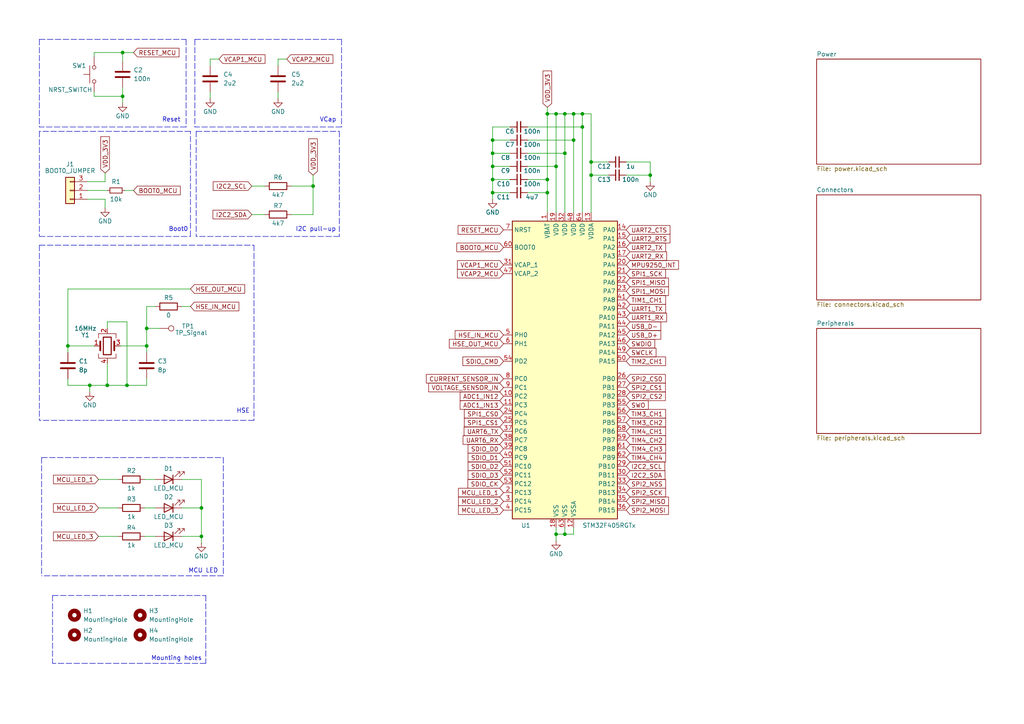
<source format=kicad_sch>
(kicad_sch (version 20211123) (generator eeschema)
  (paper "A4")
  (title_block (title "MCU") (date "2023-01-28"))
  (lib_symbols
    (symbol "Connector:TestPoint" (pin_numbers hide) (pin_names (offset 0.762) hide)
      (property "Reference" "TP" (at 0 6.858 0))
      (property "Value" "TestPoint" (at 0 5.08 0))
      (symbol "TestPoint_0_1"
        (circle (center 0 3.302) (radius 0.762))
      )
      (symbol "TestPoint_1_1"
        (pin passive line (at 0 0 90) (length 2.54) (name "1") (number "1"))
      )
    )
    (symbol "Connector_Generic:Conn_01x03" (pin_names (offset 1.016) hide)
      (property "Reference" "J" (at 0 5.08 0))
      (property "Value" "Conn_01x03" (at 0 -5.08 0))
      (symbol "Conn_01x03_1_1"
        (rectangle (start -1.27 -2.413) (end 0 -2.667) (stroke (width 0.1524)))
        (rectangle (start -1.27 0.127) (end 0 -0.127) (stroke (width 0.1524)))
        (rectangle (start -1.27 2.667) (end 0 2.413) (stroke (width 0.1524)))
        (rectangle (start -1.27 3.81) (end 1.27 -3.81) (stroke (width 0.254)) (fill (type background)))
        (pin passive line (at -5.08 2.54 0) (length 3.81) (name "Pin_1") (number "1"))
        (pin passive line (at -5.08 0 0) (length 3.81) (name "Pin_2") (number "2"))
        (pin passive line (at -5.08 -2.54 0) (length 3.81) (name "Pin_3") (number "3"))
      )
    )
    (symbol "Device:C" (pin_numbers hide) (pin_names (offset 0.254))
      (property "Reference" "C" (at 0.635 2.54 0))
      (property "Value" "C" (at 0.635 -2.54 0))
      (symbol "C_0_1"
        (polyline (pts (xy -2.032 -0.762) (xy 2.032 -0.762)) (stroke (width 0.508)))
        (polyline (pts (xy -2.032 0.762) (xy 2.032 0.762)) (stroke (width 0.508)))
      )
      (symbol "C_1_1"
        (pin passive line (at 0 3.81 270) (length 2.794) (name "~") (number "1"))
        (pin passive line (at 0 -3.81 90) (length 2.794) (name "~") (number "2"))
      )
    )
    (symbol "Device:C_Small" (pin_numbers hide) (pin_names (offset 0.254) hide)
      (property "Reference" "C" (at 0.254 1.778 0))
      (property "Value" "C_Small" (at 0.254 -2.032 0))
      (symbol "C_Small_0_1"
        (polyline (pts (xy -1.524 -0.508) (xy 1.524 -0.508)) (stroke (width 0.3302)))
        (polyline (pts (xy -1.524 0.508) (xy 1.524 0.508)) (stroke (width 0.3048)))
      )
      (symbol "C_Small_1_1"
        (pin passive line (at 0 2.54 270) (length 2.032) (name "~") (number "1"))
        (pin passive line (at 0 -2.54 90) (length 2.032) (name "~") (number "2"))
      )
    )
    (symbol "Device:Crystal_GND24" (pin_names (offset 1.016) hide)
      (property "Reference" "Y" (at 3.175 5.08 0))
      (property "Value" "Crystal_GND24" (at 3.175 3.175 0))
      (symbol "Crystal_GND24_0_1"
        (rectangle (start -1.143 2.54) (end 1.143 -2.54) (stroke (width 0.3048)))
        (polyline (pts (xy -2.54 0) (xy -2.032 0)))
        (polyline (pts (xy -2.032 -1.27) (xy -2.032 1.27)) (stroke (width 0.508)))
        (polyline (pts (xy 0 -3.81) (xy 0 -3.556)))
        (polyline (pts (xy 0 3.556) (xy 0 3.81)))
        (polyline (pts (xy 2.032 -1.27) (xy 2.032 1.27)) (stroke (width 0.508)))
        (polyline (pts (xy 2.032 0) (xy 2.54 0)))
        (polyline (pts (xy -2.54 -2.286) (xy -2.54 -3.556) (xy 2.54 -3.556) (xy 2.54 -2.286)))
        (polyline (pts (xy -2.54 2.286) (xy -2.54 3.556) (xy 2.54 3.556) (xy 2.54 2.286)))
      )
      (symbol "Crystal_GND24_1_1"
        (pin passive line (at -3.81 0 0) (length 1.27) (name "1") (number "1"))
        (pin passive line (at 0 5.08 270) (length 1.27) (name "2") (number "2"))
        (pin passive line (at 3.81 0 180) (length 1.27) (name "3") (number "3"))
        (pin passive line (at 0 -5.08 90) (length 1.27) (name "4") (number "4"))
      )
    )
    (symbol "Device:LED" (pin_numbers hide) (pin_names (offset 1.016) hide)
      (property "Reference" "D" (at 0 2.54 0))
      (property "Value" "LED" (at 0 -2.54 0))
      (symbol "LED_0_1"
        (polyline (pts (xy -1.27 -1.27) (xy -1.27 1.27)) (stroke (width 0.254)))
        (polyline (pts (xy -1.27 0) (xy 1.27 0)))
        (polyline (pts (xy 1.27 -1.27) (xy 1.27 1.27) (xy -1.27 0) (xy 1.27 -1.27)) (stroke (width 0.254)))
        (polyline (pts (xy -3.048 -0.762) (xy -4.572 -2.286) (xy -3.81 -2.286) (xy -4.572 -2.286) (xy -4.572 -1.524)))
        (polyline (pts (xy -1.778 -0.762) (xy -3.302 -2.286) (xy -2.54 -2.286) (xy -3.302 -2.286) (xy -3.302 -1.524)))
      )
      (symbol "LED_1_1"
        (pin passive line (at -3.81 0 0) (length 2.54) (name "K") (number "1"))
        (pin passive line (at 3.81 0 180) (length 2.54) (name "A") (number "2"))
      )
    )
    (symbol "Device:R" (pin_numbers hide) (pin_names (offset 0))
      (property "Reference" "R" (at 2.032 0 90))
      (property "Value" "R" (at 0 0 90))
      (symbol "R_0_1"
        (rectangle (start -1.016 -2.54) (end 1.016 2.54) (stroke (width 0.254)))
      )
      (symbol "R_1_1"
        (pin passive line (at 0 3.81 270) (length 1.27) (name "~") (number "1"))
        (pin passive line (at 0 -3.81 90) (length 1.27) (name "~") (number "2"))
      )
    )
    (symbol "Device:R_Small" (pin_numbers hide) (pin_names (offset 0.254) hide)
      (property "Reference" "R" (at 0.762 0.508 0))
      (property "Value" "R_Small" (at 0.762 -1.016 0))
      (symbol "R_Small_0_1"
        (rectangle (start -0.762 1.778) (end 0.762 -1.778) (stroke (width 0.2032)))
      )
      (symbol "R_Small_1_1"
        (pin passive line (at 0 2.54 270) (length 0.762) (name "~") (number "1"))
        (pin passive line (at 0 -2.54 90) (length 0.762) (name "~") (number "2"))
      )
    )
    (symbol "MCU_ST_STM32F4:STM32F405RGTx"
      (property "Reference" "U" (at -15.24 44.45 0))
      (property "Value" "STM32F405RGTx" (at 10.16 44.45 0))
      (symbol "STM32F405RGTx_0_1"
        (rectangle (start -15.24 -43.18) (end 15.24 43.18) (stroke (width 0.254)) (fill (type background)))
      )
      (symbol "STM32F405RGTx_1_1"
        (pin power_in line (at -5.08 45.72 270) (length 2.54) (name "VBAT") (number "1"))
        (pin bidirectional line (at -17.78 -7.62 0) (length 2.54) (name "PC2") (number "10"))
        (pin bidirectional line (at -17.78 -10.16 0) (length 2.54) (name "PC3") (number "11"))
        (pin power_in line (at 2.54 -45.72 90) (length 2.54) (name "VSSA") (number "12"))
        (pin power_in line (at 7.62 45.72 270) (length 2.54) (name "VDDA") (number "13"))
        (pin bidirectional line (at 17.78 40.64 180) (length 2.54) (name "PA0") (number "14"))
        (pin bidirectional line (at 17.78 38.1 180) (length 2.54) (name "PA1") (number "15"))
        (pin bidirectional line (at 17.78 35.56 180) (length 2.54) (name "PA2") (number "16"))
        (pin bidirectional line (at 17.78 33.02 180) (length 2.54) (name "PA3") (number "17"))
        (pin power_in line (at -2.54 -45.72 90) (length 2.54) (name "VSS") (number "18"))
        (pin power_in line (at -2.54 45.72 270) (length 2.54) (name "VDD") (number "19"))
        (pin bidirectional line (at -17.78 -35.56 0) (length 2.54) (name "PC13") (number "2"))
        (pin bidirectional line (at 17.78 30.48 180) (length 2.54) (name "PA4") (number "20"))
        (pin bidirectional line (at 17.78 27.94 180) (length 2.54) (name "PA5") (number "21"))
        (pin bidirectional line (at 17.78 25.4 180) (length 2.54) (name "PA6") (number "22"))
        (pin bidirectional line (at 17.78 22.86 180) (length 2.54) (name "PA7") (number "23"))
        (pin bidirectional line (at -17.78 -12.7 0) (length 2.54) (name "PC4") (number "24"))
        (pin bidirectional line (at -17.78 -15.24 0) (length 2.54) (name "PC5") (number "25"))
        (pin bidirectional line (at 17.78 -2.54 180) (length 2.54) (name "PB0") (number "26"))
        (pin bidirectional line (at 17.78 -5.08 180) (length 2.54) (name "PB1") (number "27"))
        (pin bidirectional line (at 17.78 -7.62 180) (length 2.54) (name "PB2") (number "28"))
        (pin bidirectional line (at 17.78 -27.94 180) (length 2.54) (name "PB10") (number "29"))
        (pin bidirectional line (at -17.78 -38.1 0) (length 2.54) (name "PC14") (number "3"))
        (pin bidirectional line (at 17.78 -30.48 180) (length 2.54) (name "PB11") (number "30"))
        (pin power_in line (at -17.78 30.48 0) (length 2.54) (name "VCAP_1") (number "31"))
        (pin power_in line (at 0 45.72 270) (length 2.54) (name "VDD") (number "32"))
        (pin bidirectional line (at 17.78 -33.02 180) (length 2.54) (name "PB12") (number "33"))
        (pin bidirectional line (at 17.78 -35.56 180) (length 2.54) (name "PB13") (number "34"))
        (pin bidirectional line (at 17.78 -38.1 180) (length 2.54) (name "PB14") (number "35"))
        (pin bidirectional line (at 17.78 -40.64 180) (length 2.54) (name "PB15") (number "36"))
        (pin bidirectional line (at -17.78 -17.78 0) (length 2.54) (name "PC6") (number "37"))
        (pin bidirectional line (at -17.78 -20.32 0) (length 2.54) (name "PC7") (number "38"))
        (pin bidirectional line (at -17.78 -22.86 0) (length 2.54) (name "PC8") (number "39"))
        (pin bidirectional line (at -17.78 -40.64 0) (length 2.54) (name "PC15") (number "4"))
        (pin bidirectional line (at -17.78 -25.4 0) (length 2.54) (name "PC9") (number "40"))
        (pin bidirectional line (at 17.78 20.32 180) (length 2.54) (name "PA8") (number "41"))
        (pin bidirectional line (at 17.78 17.78 180) (length 2.54) (name "PA9") (number "42"))
        (pin bidirectional line (at 17.78 15.24 180) (length 2.54) (name "PA10") (number "43"))
        (pin bidirectional line (at 17.78 12.7 180) (length 2.54) (name "PA11") (number "44"))
        (pin bidirectional line (at 17.78 10.16 180) (length 2.54) (name "PA12") (number "45"))
        (pin bidirectional line (at 17.78 7.62 180) (length 2.54) (name "PA13") (number "46"))
        (pin power_in line (at -17.78 27.94 0) (length 2.54) (name "VCAP_2") (number "47"))
        (pin power_in line (at 2.54 45.72 270) (length 2.54) (name "VDD") (number "48"))
        (pin bidirectional line (at 17.78 5.08 180) (length 2.54) (name "PA14") (number "49"))
        (pin input line (at -17.78 10.16 0) (length 2.54) (name "PH0") (number "5"))
        (pin bidirectional line (at 17.78 2.54 180) (length 2.54) (name "PA15") (number "50"))
        (pin bidirectional line (at -17.78 -27.94 0) (length 2.54) (name "PC10") (number "51"))
        (pin bidirectional line (at -17.78 -30.48 0) (length 2.54) (name "PC11") (number "52"))
        (pin bidirectional line (at -17.78 -33.02 0) (length 2.54) (name "PC12") (number "53"))
        (pin bidirectional line (at -17.78 2.54 0) (length 2.54) (name "PD2") (number "54"))
        (pin bidirectional line (at 17.78 -10.16 180) (length 2.54) (name "PB3") (number "55"))
        (pin bidirectional line (at 17.78 -12.7 180) (length 2.54) (name "PB4") (number "56"))
        (pin bidirectional line (at 17.78 -15.24 180) (length 2.54) (name "PB5") (number "57"))
        (pin bidirectional line (at 17.78 -17.78 180) (length 2.54) (name "PB6") (number "58"))
        (pin bidirectional line (at 17.78 -20.32 180) (length 2.54) (name "PB7") (number "59"))
        (pin input line (at -17.78 7.62 0) (length 2.54) (name "PH1") (number "6"))
        (pin input line (at -17.78 35.56 0) (length 2.54) (name "BOOT0") (number "60"))
        (pin bidirectional line (at 17.78 -22.86 180) (length 2.54) (name "PB8") (number "61"))
        (pin bidirectional line (at 17.78 -25.4 180) (length 2.54) (name "PB9") (number "62"))
        (pin power_in line (at 0 -45.72 90) (length 2.54) (name "VSS") (number "63"))
        (pin power_in line (at 5.08 45.72 270) (length 2.54) (name "VDD") (number "64"))
        (pin input line (at -17.78 40.64 0) (length 2.54) (name "NRST") (number "7"))
        (pin bidirectional line (at -17.78 -2.54 0) (length 2.54) (name "PC0") (number "8"))
        (pin bidirectional line (at -17.78 -5.08 0) (length 2.54) (name "PC1") (number "9"))
      )
    )
    (symbol "Mechanical:MountingHole" (pin_names (offset 1.016))
      (property "Reference" "H" (at 0 5.08 0))
      (property "Value" "MountingHole" (at 0 3.175 0))
      (symbol "MountingHole_0_1"
        (circle (center 0 0) (radius 1.27) (stroke (width 1.27)))
      )
    )
    (symbol "Switch:SW_Push" (pin_numbers hide) (pin_names (offset 1.016) hide)
      (property "Reference" "SW" (at 1.27 2.54 0))
      (property "Value" "SW_Push" (at 0 -1.524 0))
      (symbol "SW_Push_0_1"
        (circle (center -2.032 0) (radius 0.508))
        (polyline (pts (xy 0 1.27) (xy 0 3.048)))
        (polyline (pts (xy 2.54 1.27) (xy -2.54 1.27)))
        (circle (center 2.032 0) (radius 0.508))
        (pin passive line (at -5.08 0 0) (length 2.54) (name "1") (number "1"))
        (pin passive line (at 5.08 0 180) (length 2.54) (name "2") (number "2"))
      )
    )
    (symbol "power:GND" (power) (pin_names (offset 0))
      (property "Value" "GND" (at 0 -3.81 0))
      (symbol "GND_0_1"
        (polyline (pts (xy 0 0) (xy 0 -1.27) (xy 1.27 -1.27) (xy 0 -2.54) (xy -1.27 -1.27) (xy 0 -1.27)))
      )
      (symbol "GND_1_1"
        (pin power_in line (at 0 0 270) (length 0) hide (name "GND") (number "1"))
      )
    )
  )
  (junction (at 142.875 52.07))
  (junction (at 168.91 36.83))
  (junction (at 171.45 46.99))
  (junction (at 166.37 33.02))
  (junction (at 90.805 53.975))
  (junction (at 35.56 15.24))
  (junction (at 171.45 50.8))
  (junction (at 158.75 33.02))
  (junction (at 42.545 100.33))
  (junction (at 168.91 33.02))
  (junction (at 58.42 147.32))
  (junction (at 142.875 55.88))
  (junction (at 158.75 55.88))
  (junction (at 36.83 111.76))
  (junction (at 163.83 44.45))
  (junction (at 166.37 40.64))
  (junction (at 142.875 40.64))
  (junction (at 163.83 154.94))
  (junction (at 161.29 48.26))
  (junction (at 35.56 27.94))
  (junction (at 26.035 111.76))
  (junction (at 161.29 33.02))
  (junction (at 163.83 33.02))
  (junction (at 142.875 44.45))
  (junction (at 158.75 52.07))
  (junction (at 42.545 95.25))
  (junction (at 161.29 154.94))
  (junction (at 142.875 48.26))
  (junction (at 58.42 155.575))
  (junction (at 19.685 100.33))
  (junction (at 31.115 111.76))
  (junction (at 188.595 50.8))
  (wire (pts (xy 58.42 155.575) (xy 58.42 157.48)))
  (wire (pts (xy 90.805 53.975) (xy 90.805 62.23)))
  (wire (pts (xy 142.875 52.07) (xy 147.955 52.07)))
  (wire (pts (xy 161.29 33.02) (xy 161.29 48.26)))
  (wire (pts (xy 142.875 44.45) (xy 142.875 48.26)))
  (wire (pts (xy 52.705 155.575) (xy 58.42 155.575)))
  (wire (pts (xy 27.305 16.51) (xy 27.305 15.24)))
  (wire (pts (xy 161.29 33.02) (xy 163.83 33.02)))
  (wire (pts (xy 58.42 147.32) (xy 58.42 155.575)))
  (wire (pts (xy 181.61 50.8) (xy 188.595 50.8)))
  (polyline (pts (xy 98.425 68.58) (xy 56.896 68.58)))
  (polyline (pts (xy 73.66 71.12) (xy 73.66 121.92)))
  (wire (pts (xy 188.595 50.8) (xy 188.595 52.705)))
  (wire (pts (xy 163.83 44.45) (xy 163.83 61.595)))
  (polyline (pts (xy 11.43 71.12) (xy 11.43 121.92)))
  (wire (pts (xy 142.875 55.88) (xy 142.875 57.785)))
  (wire (pts (xy 153.035 44.45) (xy 163.83 44.45)))
  (polyline (pts (xy 56.515 11.43) (xy 56.515 36.83)))
  (wire (pts (xy 19.685 100.33) (xy 19.685 102.235)))
  (wire (pts (xy 166.37 40.64) (xy 166.37 61.595)))
  (wire (pts (xy 142.875 36.83) (xy 142.875 40.64)))
  (wire (pts (xy 41.91 155.575) (xy 45.085 155.575)))
  (polyline (pts (xy 11.43 71.12) (xy 73.66 71.12)))
  (wire (pts (xy 58.42 139.065) (xy 58.42 147.32)))
  (wire (pts (xy 73.025 53.975) (xy 76.835 53.975)))
  (wire (pts (xy 80.645 19.05) (xy 80.645 17.145)))
  (wire (pts (xy 158.75 33.02) (xy 158.75 52.07)))
  (wire (pts (xy 41.91 147.32) (xy 45.085 147.32)))
  (wire (pts (xy 42.545 88.9) (xy 45.085 88.9)))
  (wire (pts (xy 168.91 33.02) (xy 168.91 36.83)))
  (wire (pts (xy 52.705 147.32) (xy 58.42 147.32)))
  (wire (pts (xy 34.925 100.33) (xy 42.545 100.33)))
  (polyline (pts (xy 64.77 132.715) (xy 64.77 167.005)))
  (wire (pts (xy 176.53 46.99) (xy 171.45 46.99)))
  (wire (pts (xy 30.48 50.165) (xy 30.48 52.705)))
  (polyline (pts (xy 56.896 38.1) (xy 98.425 38.1)))
  (wire (pts (xy 163.83 154.94) (xy 166.37 154.94)))
  (polyline (pts (xy 55.245 68.58) (xy 55.245 38.1)))
  (wire (pts (xy 188.595 46.99) (xy 188.595 50.8)))
  (wire (pts (xy 176.53 50.8) (xy 171.45 50.8)))
  (polyline (pts (xy 12.065 132.715) (xy 12.065 167.005)))
  (wire (pts (xy 142.875 52.07) (xy 142.875 55.88)))
  (wire (pts (xy 153.035 36.83) (xy 168.91 36.83)))
  (wire (pts (xy 36.83 111.76) (xy 42.545 111.76)))
  (wire (pts (xy 147.955 36.83) (xy 142.875 36.83)))
  (wire (pts (xy 60.96 19.05) (xy 60.96 17.145)))
  (wire (pts (xy 31.115 105.41) (xy 31.115 111.76)))
  (wire (pts (xy 60.96 26.67) (xy 60.96 28.575)))
  (wire (pts (xy 26.035 111.76) (xy 26.035 113.665)))
  (wire (pts (xy 28.575 155.575) (xy 34.29 155.575)))
  (wire (pts (xy 142.875 55.88) (xy 147.955 55.88)))
  (wire (pts (xy 31.115 93.345) (xy 36.83 93.345)))
  (wire (pts (xy 41.91 139.065) (xy 45.085 139.065)))
  (wire (pts (xy 158.75 55.88) (xy 158.75 61.595)))
  (polyline (pts (xy 73.66 121.92) (xy 11.43 121.92)))
  (wire (pts (xy 42.545 111.76) (xy 42.545 109.855)))
  (wire (pts (xy 171.45 46.99) (xy 171.45 50.8)))
  (wire (pts (xy 153.035 40.64) (xy 166.37 40.64)))
  (polyline (pts (xy 56.896 38.1) (xy 56.896 68.58)))
  (wire (pts (xy 52.705 88.9) (xy 55.245 88.9)))
  (wire (pts (xy 171.45 50.8) (xy 171.45 61.595)))
  (wire (pts (xy 25.4 52.705) (xy 30.48 52.705)))
  (wire (pts (xy 161.29 154.94) (xy 163.83 154.94)))
  (wire (pts (xy 19.685 83.82) (xy 55.245 83.82)))
  (wire (pts (xy 166.37 33.02) (xy 166.37 40.64)))
  (wire (pts (xy 31.115 95.25) (xy 31.115 93.345)))
  (wire (pts (xy 73.025 62.23) (xy 76.835 62.23)))
  (wire (pts (xy 153.035 52.07) (xy 158.75 52.07)))
  (wire (pts (xy 158.75 31.115) (xy 158.75 33.02)))
  (polyline (pts (xy 15.24 172.72) (xy 59.69 172.72)))
  (polyline (pts (xy 15.24 172.72) (xy 15.24 192.405)))
  (wire (pts (xy 153.035 55.88) (xy 158.75 55.88)))
  (wire (pts (xy 42.545 100.33) (xy 42.545 102.235)))
  (wire (pts (xy 163.83 153.035) (xy 163.83 154.94)))
  (wire (pts (xy 80.645 26.67) (xy 80.645 28.575)))
  (wire (pts (xy 36.83 93.345) (xy 36.83 111.76)))
  (wire (pts (xy 42.545 95.25) (xy 42.545 100.33)))
  (wire (pts (xy 142.875 48.26) (xy 142.875 52.07)))
  (wire (pts (xy 19.685 111.76) (xy 26.035 111.76)))
  (wire (pts (xy 142.875 40.64) (xy 142.875 44.45)))
  (wire (pts (xy 35.56 27.94) (xy 35.56 25.4)))
  (polyline (pts (xy 59.69 172.72) (xy 59.69 192.405)))
  (wire (pts (xy 142.875 40.64) (xy 147.955 40.64)))
  (polyline (pts (xy 59.69 192.405) (xy 15.24 192.405)))
  (wire (pts (xy 158.75 33.02) (xy 161.29 33.02)))
  (wire (pts (xy 31.115 111.76) (xy 36.83 111.76)))
  (wire (pts (xy 161.29 154.94) (xy 161.29 156.845)))
  (polyline (pts (xy 53.975 11.43) (xy 53.975 36.83)))
  (wire (pts (xy 163.83 33.02) (xy 166.37 33.02)))
  (wire (pts (xy 42.545 95.25) (xy 46.355 95.25)))
  (polyline (pts (xy 99.06 36.83) (xy 56.515 36.83)))
  (wire (pts (xy 163.83 33.02) (xy 163.83 44.45)))
  (polyline (pts (xy 99.06 11.43) (xy 99.06 36.83)))
  (wire (pts (xy 90.805 62.23) (xy 84.455 62.23)))
  (wire (pts (xy 30.48 60.325) (xy 30.48 57.785)))
  (polyline (pts (xy 53.975 36.83) (xy 11.43 36.83)))
  (wire (pts (xy 171.45 33.02) (xy 168.91 33.02)))
  (wire (pts (xy 153.035 48.26) (xy 161.29 48.26)))
  (polyline (pts (xy 56.515 11.43) (xy 99.06 11.43)))
  (wire (pts (xy 168.91 36.83) (xy 168.91 61.595)))
  (polyline (pts (xy 98.425 38.1) (xy 98.425 68.58)))
  (polyline (pts (xy 11.43 11.43) (xy 53.975 11.43)))
  (wire (pts (xy 158.75 52.07) (xy 158.75 55.88)))
  (wire (pts (xy 171.45 46.99) (xy 171.45 33.02)))
  (wire (pts (xy 142.875 48.26) (xy 147.955 48.26)))
  (wire (pts (xy 28.575 139.065) (xy 34.29 139.065)))
  (polyline (pts (xy 12.065 132.715) (xy 64.77 132.715)))
  (wire (pts (xy 181.61 46.99) (xy 188.595 46.99)))
  (wire (pts (xy 161.29 153.035) (xy 161.29 154.94)))
  (polyline (pts (xy 64.77 167.005) (xy 12.065 167.005)))
  (wire (pts (xy 27.305 15.24) (xy 35.56 15.24)))
  (wire (pts (xy 27.305 27.94) (xy 35.56 27.94)))
  (polyline (pts (xy 11.43 38.1) (xy 11.43 68.58)))
  (wire (pts (xy 84.455 53.975) (xy 90.805 53.975)))
  (wire (pts (xy 35.56 27.94) (xy 35.56 29.845)))
  (wire (pts (xy 25.4 55.245) (xy 31.115 55.245)))
  (wire (pts (xy 161.29 48.26) (xy 161.29 61.595)))
  (wire (pts (xy 42.545 88.9) (xy 42.545 95.25)))
  (wire (pts (xy 166.37 154.94) (xy 166.37 153.035)))
  (wire (pts (xy 90.805 50.8) (xy 90.805 53.975)))
  (wire (pts (xy 80.645 17.145) (xy 83.185 17.145)))
  (polyline (pts (xy 11.43 68.58) (xy 55.245 68.58)))
  (wire (pts (xy 19.685 100.33) (xy 27.305 100.33)))
  (wire (pts (xy 52.705 139.065) (xy 58.42 139.065)))
  (wire (pts (xy 25.4 57.785) (xy 30.48 57.785)))
  (wire (pts (xy 166.37 33.02) (xy 168.91 33.02)))
  (wire (pts (xy 35.56 15.24) (xy 38.735 15.24)))
  (wire (pts (xy 19.685 100.33) (xy 19.685 83.82)))
  (wire (pts (xy 35.56 15.24) (xy 35.56 17.78)))
  (polyline (pts (xy 55.245 38.1) (xy 11.43 38.1)))
  (wire (pts (xy 36.195 55.245) (xy 38.735 55.245)))
  (wire (pts (xy 19.685 109.855) (xy 19.685 111.76)))
  (wire (pts (xy 60.96 17.145) (xy 63.5 17.145)))
  (wire (pts (xy 27.305 26.67) (xy 27.305 27.94)))
  (wire (pts (xy 26.035 111.76) (xy 31.115 111.76)))
  (wire (pts (xy 28.575 147.32) (xy 34.29 147.32)))
  (wire (pts (xy 142.875 44.45) (xy 147.955 44.45)))
  (polyline (pts (xy 11.43 11.43) (xy 11.43 36.83)))
  (text "HSE" (at 68.58 120.015 0) (effects (font (size 1.27 1.27)) (justify left bottom)))
  (text "VCap" (at 92.71 35.56 0) (effects (font (size 1.27 1.27)) (justify left bottom)))
  (text "I2C pull-up" (at 85.725 67.31 0) (effects (font (size 1.27 1.27)) (justify left bottom)))
  (text "Reset" (at 46.99 35.56 0) (effects (font (size 1.27 1.27)) (justify left bottom)))
  (text "MCU LED" (at 54.61 166.37 0) (effects (font (size 1.27 1.27)) (justify left bottom)))
  (text "Mounting holes" (at 43.815 191.77 0) (effects (font (size 1.27 1.27)) (justify left bottom)))
  (text "Boot0" (at 48.895 67.31 0) (effects (font (size 1.27 1.27)) (justify left bottom)))
  (global_label "UART6_RX" (shape input) (at 146.05 127.635 180) (property "Intersheet References" "${INTERSHEET_REFS}" (effects hide)))
  (global_label "SWDIO" (shape input) (at 181.61 99.695 0) (property "Intersheet References" "${INTERSHEET_REFS}" (effects hide)))
  (global_label "VDD_3V3" (shape input) (at 30.48 50.165 90) (property "Intersheet References" "${INTERSHEET_REFS}" (effects hide)))
  (global_label "VDD_3V3" (shape input) (at 158.75 31.115 90) (property "Intersheet References" "${INTERSHEET_REFS}" (effects hide)))
  (global_label "USB_D-" (shape input) (at 181.61 94.615 0) (property "Intersheet References" "${INTERSHEET_REFS}" (effects hide)))
  (global_label "I2C2_SDA" (shape input) (at 73.025 62.23 180) (property "Intersheet References" "${INTERSHEET_REFS}" (effects hide)))
  (global_label "I2C2_SDA" (shape input) (at 181.61 137.795 0) (property "Intersheet References" "${INTERSHEET_REFS}" (effects hide)))
  (global_label "UART6_TX" (shape input) (at 146.05 125.095 180) (property "Intersheet References" "${INTERSHEET_REFS}" (effects hide)))
  (global_label "VCAP1_MCU" (shape input) (at 146.05 76.835 180) (property "Intersheet References" "${INTERSHEET_REFS}" (effects hide)))
  (global_label "UART1_RX" (shape input) (at 181.61 92.075 0) (property "Intersheet References" "${INTERSHEET_REFS}" (effects hide)))
  (global_label "VCAP2_MCU" (shape input) (at 146.05 79.375 180) (property "Intersheet References" "${INTERSHEET_REFS}" (effects hide)))
  (global_label "SDIO_CMD" (shape input) (at 146.05 104.775 180) (property "Intersheet References" "${INTERSHEET_REFS}" (effects hide)))
  (global_label "TIM2_CH1" (shape input) (at 181.61 104.775 0) (property "Intersheet References" "${INTERSHEET_REFS}" (effects hide)))
  (global_label "SWO" (shape input) (at 181.61 117.475 0) (property "Intersheet References" "${INTERSHEET_REFS}" (effects hide)))
  (global_label "HSE_IN_MCU" (shape input) (at 55.245 88.9 0) (property "Intersheet References" "${INTERSHEET_REFS}" (effects hide)))
  (global_label "TIM1_CH1" (shape input) (at 181.61 86.995 0) (property "Intersheet References" "${INTERSHEET_REFS}" (effects hide)))
  (global_label "UART2_CTS" (shape input) (at 181.61 66.675 0) (property "Intersheet References" "${INTERSHEET_REFS}" (effects hide)))
  (global_label "VDD_3V3" (shape input) (at 90.805 50.8 90) (property "Intersheet References" "${INTERSHEET_REFS}" (effects hide)))
  (global_label "SPI1_MOSI" (shape input) (at 181.61 84.455 0) (property "Intersheet References" "${INTERSHEET_REFS}" (effects hide)))
  (global_label "SDIO_D2" (shape input) (at 146.05 135.255 180) (property "Intersheet References" "${INTERSHEET_REFS}" (effects hide)))
  (global_label "TIM4_CH3" (shape input) (at 181.61 130.175 0) (property "Intersheet References" "${INTERSHEET_REFS}" (effects hide)))
  (global_label "SPI2_CS2" (shape input) (at 181.61 114.935 0) (property "Intersheet References" "${INTERSHEET_REFS}" (effects hide)))
  (global_label "SDIO_D3" (shape input) (at 146.05 137.795 180) (property "Intersheet References" "${INTERSHEET_REFS}" (effects hide)))
  (global_label "SDIO_CK" (shape input) (at 146.05 140.335 180) (property "Intersheet References" "${INTERSHEET_REFS}" (effects hide)))
  (global_label "USB_D+" (shape input) (at 181.61 97.155 0) (property "Intersheet References" "${INTERSHEET_REFS}" (effects hide)))
  (global_label "MPU9250_INT" (shape input) (at 181.61 76.835 0) (property "Intersheet References" "${INTERSHEET_REFS}" (effects hide)))
  (global_label "I2C2_SCL" (shape input) (at 73.025 53.975 180) (property "Intersheet References" "${INTERSHEET_REFS}" (effects hide)))
  (global_label "UART2_RTS" (shape input) (at 181.61 69.215 0) (property "Intersheet References" "${INTERSHEET_REFS}" (effects hide)))
  (global_label "CURRENT_SENSOR_IN" (shape input) (at 146.05 109.855 180) (property "Intersheet References" "${INTERSHEET_REFS}" (effects hide)))
  (global_label "SPI1_CS1" (shape input) (at 146.05 122.555 180) (property "Intersheet References" "${INTERSHEET_REFS}" (effects hide)))
  (global_label "SPI2_CS0" (shape input) (at 181.61 109.855 0) (property "Intersheet References" "${INTERSHEET_REFS}" (effects hide)))
  (global_label "UART1_TX" (shape input) (at 181.61 89.535 0) (property "Intersheet References" "${INTERSHEET_REFS}" (effects hide)))
  (global_label "HSE_OUT_MCU" (shape input) (at 146.05 99.695 180) (property "Intersheet References" "${INTERSHEET_REFS}" (effects hide)))
  (global_label "VCAP2_MCU" (shape input) (at 83.185 17.145 0) (property "Intersheet References" "${INTERSHEET_REFS}" (effects hide)))
  (global_label "RESET_MCU" (shape input) (at 38.735 15.24 0) (property "Intersheet References" "${INTERSHEET_REFS}" (effects hide)))
  (global_label "BOOT0_MCU" (shape input) (at 146.05 71.755 180) (property "Intersheet References" "${INTERSHEET_REFS}" (effects hide)))
  (global_label "ADC1_IN13" (shape input) (at 146.05 117.475 180) (property "Intersheet References" "${INTERSHEET_REFS}" (effects hide)))
  (global_label "HSE_OUT_MCU" (shape input) (at 55.245 83.82 0) (property "Intersheet References" "${INTERSHEET_REFS}" (effects hide)))
  (global_label "SPI1_MISO" (shape input) (at 181.61 81.915 0) (property "Intersheet References" "${INTERSHEET_REFS}" (effects hide)))
  (global_label "HSE_IN_MCU" (shape input) (at 146.05 97.155 180) (property "Intersheet References" "${INTERSHEET_REFS}" (effects hide)))
  (global_label "SPI1_SCK" (shape input) (at 181.61 79.375 0) (property "Intersheet References" "${INTERSHEET_REFS}" (effects hide)))
  (global_label "MCU_LED_1" (shape input) (at 146.05 142.875 180) (property "Intersheet References" "${INTERSHEET_REFS}" (effects hide)))
  (global_label "VOLTAGE_SENSOR_IN" (shape input) (at 146.05 112.395 180) (property "Intersheet References" "${INTERSHEET_REFS}" (effects hide)))
  (global_label "SPI2_MISO" (shape input) (at 181.61 145.415 0) (property "Intersheet References" "${INTERSHEET_REFS}" (effects hide)))
  (global_label "MCU_LED_3" (shape input) (at 28.575 155.575 180) (property "Intersheet References" "${INTERSHEET_REFS}" (effects hide)))
  (global_label "SWCLK" (shape input) (at 181.61 102.235 0) (property "Intersheet References" "${INTERSHEET_REFS}" (effects hide)))
  (global_label "MCU_LED_3" (shape input) (at 146.05 147.955 180) (property "Intersheet References" "${INTERSHEET_REFS}" (effects hide)))
  (global_label "SDIO_D1" (shape input) (at 146.05 132.715 180) (property "Intersheet References" "${INTERSHEET_REFS}" (effects hide)))
  (global_label "MCU_LED_1" (shape input) (at 28.575 139.065 180) (property "Intersheet References" "${INTERSHEET_REFS}" (effects hide)))
  (global_label "SPI2_MOSI" (shape input) (at 181.61 147.955 0) (property "Intersheet References" "${INTERSHEET_REFS}" (effects hide)))
  (global_label "SPI2_CS1" (shape input) (at 181.61 112.395 0) (property "Intersheet References" "${INTERSHEET_REFS}" (effects hide)))
  (global_label "TIM4_CH4" (shape input) (at 181.61 132.715 0) (property "Intersheet References" "${INTERSHEET_REFS}" (effects hide)))
  (global_label "MCU_LED_2" (shape input) (at 28.575 147.32 180) (property "Intersheet References" "${INTERSHEET_REFS}" (effects hide)))
  (global_label "RESET_MCU" (shape input) (at 146.05 66.675 180) (property "Intersheet References" "${INTERSHEET_REFS}" (effects hide)))
  (global_label "UART2_RX" (shape input) (at 181.61 74.295 0) (property "Intersheet References" "${INTERSHEET_REFS}" (effects hide)))
  (global_label "ADC1_IN12" (shape input) (at 146.05 114.935 180) (property "Intersheet References" "${INTERSHEET_REFS}" (effects hide)))
  (global_label "SDIO_D0" (shape input) (at 146.05 130.175 180) (property "Intersheet References" "${INTERSHEET_REFS}" (effects hide)))
  (global_label "TIM4_CH2" (shape input) (at 181.61 127.635 0) (property "Intersheet References" "${INTERSHEET_REFS}" (effects hide)))
  (global_label "TIM4_CH1" (shape input) (at 181.61 125.095 0) (property "Intersheet References" "${INTERSHEET_REFS}" (effects hide)))
  (global_label "TIM3_CH1" (shape input) (at 181.61 120.015 0) (property "Intersheet References" "${INTERSHEET_REFS}" (effects hide)))
  (global_label "VCAP1_MCU" (shape input) (at 63.5 17.145 0) (property "Intersheet References" "${INTERSHEET_REFS}" (effects hide)))
  (global_label "SPI2_NSS" (shape input) (at 181.61 140.335 0) (property "Intersheet References" "${INTERSHEET_REFS}" (effects hide)))
  (global_label "TIM3_CH2" (shape input) (at 181.61 122.555 0) (property "Intersheet References" "${INTERSHEET_REFS}" (effects hide)))
  (global_label "SPI2_SCK" (shape input) (at 181.61 142.875 0) (property "Intersheet References" "${INTERSHEET_REFS}" (effects hide)))
  (global_label "SPI1_CS0" (shape input) (at 146.05 120.015 180) (property "Intersheet References" "${INTERSHEET_REFS}" (effects hide)))
  (global_label "I2C2_SCL" (shape input) (at 181.61 135.255 0) (property "Intersheet References" "${INTERSHEET_REFS}" (effects hide)))
  (global_label "MCU_LED_2" (shape input) (at 146.05 145.415 180) (property "Intersheet References" "${INTERSHEET_REFS}" (effects hide)))
  (global_label "UART2_TX" (shape input) (at 181.61 71.755 0) (property "Intersheet References" "${INTERSHEET_REFS}" (effects hide)))
  (global_label "BOOT0_MCU" (shape input) (at 38.735 55.245 0) (property "Intersheet References" "${INTERSHEET_REFS}" (effects hide)))
  (symbol (lib_id "Device:C") (at 80.645 22.86 0) (unit 1)
    (property "Reference" "C5" (at 84.455 21.5899 0) (effects (justify left)))
    (property "Value" "2u2" (at 84.455 24.1299 0) (effects (justify left)))
    (property "Footprint" "Capacitor_SMD:C_0603_1608Metric_Pad1.08x0.95mm_HandSolder" (effects hide))
  )
  (symbol (lib_id "power:GND") (at 26.035 113.665 0) (unit 1)
    (property "Reference" "#PWR01" (effects hide))
    (property "Value" "GND" (at 26.035 117.475 0))
  )
  (symbol (lib_id "Device:C_Small") (at 150.495 40.64 90) (unit 1)
    (property "Reference" "C7" (at 149.225 41.91 90) (effects (justify left)))
    (property "Value" "100n" (at 156.845 41.91 90) (effects (justify left)))
    (property "Footprint" "Capacitor_SMD:C_0603_1608Metric_Pad1.08x0.95mm_HandSolder" (effects hide))
  )
  (symbol (lib_id "power:GND") (at 60.96 28.575 0) (unit 1)
    (property "Reference" "#PWR05" (effects hide))
    (property "Value" "GND" (at 60.96 32.385 0))
  )
  (symbol (lib_id "Device:Crystal_GND24") (at 31.115 100.33 0) (unit 1)
    (property "Reference" "Y1" (at 24.765 97.155 0))
    (property "Value" "16MHz" (at 24.765 95.25 0))
    (property "Footprint" "Crystal:Crystal_SMD_3225-4Pin_3.2x2.5mm" (effects hide))
  )
  (symbol (lib_id "Connector_Generic:Conn_01x03") (at 20.32 55.245 180) (unit 1)
    (property "Reference" "J1" (at 20.32 47.625 0))
    (property "Value" "BOOT0_JUMPER" (at 20.32 49.53 0))
    (property "Footprint" "Connector_PinHeader_2.54mm:PinHeader_1x03_P2.54mm_Vertical" (effects hide))
  )
  (symbol (lib_id "Device:LED") (at 48.895 139.065 180) (unit 1)
    (property "Reference" "D1" (at 48.895 135.89 0))
    (property "Value" "LED_MCU" (at 48.895 141.605 0))
    (property "Footprint" "LED_SMD:LED_1206_3216Metric_Pad1.42x1.75mm_HandSolder" (effects hide))
  )
  (symbol (lib_id "Device:LED") (at 48.895 147.32 180) (unit 1)
    (property "Reference" "D2" (at 48.895 144.145 0))
    (property "Value" "LED_MCU" (at 48.895 149.86 0))
    (property "Footprint" "LED_SMD:LED_1206_3216Metric_Pad1.42x1.75mm_HandSolder" (effects hide))
  )
  (symbol (lib_id "Switch:SW_Push") (at 27.305 21.59 90) (unit 1)
    (property "Reference" "SW1" (at 20.955 19.05 90) (effects (justify right)))
    (property "Value" "NRST_SWITCH" (at 13.97 26.035 90) (effects (justify right)))
    (property "Footprint" "Button_Switch_THT:SW_PUSH_6mm_H5mm" (effects hide))
  )
  (symbol (lib_id "Connector:TestPoint") (at 46.355 95.25 270) (unit 1)
    (property "Reference" "TP1" (at 52.705 94.615 90) (effects (justify left)))
    (property "Value" "TP_Signal" (at 50.8 96.52 90) (effects (justify left)))
    (property "Footprint" "TestPoint:TestPoint_Pad_D1.0mm" (effects hide))
  )
  (symbol (lib_id "Device:R") (at 48.895 88.9 90) (unit 1)
    (property "Reference" "R5" (at 48.895 86.36 90))
    (property "Value" "0" (at 48.895 91.44 90))
    (property "Footprint" "Resistor_SMD:R_0603_1608Metric_Pad0.98x0.95mm_HandSolder" (effects hide))
  )
  (symbol (lib_id "Device:C") (at 19.685 106.045 0) (unit 1)
    (property "Reference" "C1" (at 22.86 104.7749 0) (effects (justify left)))
    (property "Value" "8p" (at 22.86 107.3149 0) (effects (justify left)))
    (property "Footprint" "Capacitor_SMD:C_0603_1608Metric_Pad1.08x0.95mm_HandSolder" (effects hide))
  )
  (symbol (lib_id "MCU_ST_STM32F4:STM32F405RGTx") (at 163.83 107.315 0) (unit 1)
    (property "Reference" "U1" (at 151.13 152.4 0) (effects (justify left)))
    (property "Value" "STM32F405RGTx" (at 168.91 152.4 0) (effects (justify left)))
    (property "Footprint" "Package_QFP:LQFP-64_10x10mm_P0.5mm" (effects hide))
    (property "Datasheet" "http://www.st.com/st-web-ui/static/active/en/resource/technical/document/datasheet/DM00037051.pdf" (effects hide))
  )
  (symbol (lib_id "Device:C") (at 42.545 106.045 0) (unit 1)
    (property "Reference" "C3" (at 45.72 104.7749 0) (effects (justify left)))
    (property "Value" "8p" (at 45.72 107.3149 0) (effects (justify left)))
    (property "Footprint" "Capacitor_SMD:C_0603_1608Metric_Pad1.08x0.95mm_HandSolder" (effects hide))
  )
  (symbol (lib_id "Device:C_Small") (at 150.495 48.26 90) (unit 1)
    (property "Reference" "C9" (at 147.955 49.53 90) (effects (justify left)))
    (property "Value" "100n" (at 156.845 49.53 90) (effects (justify left)))
    (property "Footprint" "Capacitor_SMD:C_0603_1608Metric_Pad1.08x0.95mm_HandSolder" (effects hide))
  )
  (symbol (lib_id "Device:C_Small") (at 150.495 52.07 90) (unit 1)
    (property "Reference" "C10" (at 147.955 53.34 90) (effects (justify left)))
    (property "Value" "100n" (at 156.845 53.34 90) (effects (justify left)))
    (property "Footprint" "Capacitor_SMD:C_0603_1608Metric_Pad1.08x0.95mm_HandSolder" (effects hide))
  )
  (symbol (lib_id "Device:C_Small") (at 150.495 36.83 90) (unit 1)
    (property "Reference" "C6" (at 149.225 38.1 90) (effects (justify left)))
    (property "Value" "100n" (at 156.845 38.1 90) (effects (justify left)))
    (property "Footprint" "Capacitor_SMD:C_0603_1608Metric_Pad1.08x0.95mm_HandSolder" (effects hide))
  )
  (symbol (lib_id "Device:LED") (at 48.895 155.575 180) (unit 1)
    (property "Reference" "D3" (at 48.895 152.4 0))
    (property "Value" "LED_MCU" (at 48.895 158.115 0))
    (property "Footprint" "LED_SMD:LED_1206_3216Metric_Pad1.42x1.75mm_HandSolder" (effects hide))
  )
  (symbol (lib_id "Mechanical:MountingHole") (at 40.64 178.435 0) (unit 1)
    (property "Reference" "H3" (at 43.18 177.1649 0) (effects (justify left)))
    (property "Value" "MountingHole" (at 43.18 179.7049 0) (effects (justify left)))
    (property "Footprint" "MountingHole:MountingHole_3.2mm_M3_Pad_Via" (effects hide))
  )
  (symbol (lib_id "Device:C_Small") (at 150.495 44.45 90) (unit 1)
    (property "Reference" "C8" (at 147.955 45.72 90) (effects (justify left)))
    (property "Value" "100n" (at 156.845 45.72 90) (effects (justify left)))
    (property "Footprint" "Capacitor_SMD:C_0603_1608Metric_Pad1.08x0.95mm_HandSolder" (effects hide))
  )
  (symbol (lib_id "Device:C_Small") (at 150.495 55.88 90) (unit 1)
    (property "Reference" "C11" (at 147.955 57.15 90) (effects (justify left)))
    (property "Value" "4u7" (at 156.21 57.15 90) (effects (justify left)))
    (property "Footprint" "Capacitor_SMD:C_0603_1608Metric_Pad1.08x0.95mm_HandSolder" (effects hide))
  )
  (symbol (lib_id "Device:C_Small") (at 179.07 46.99 90) (unit 1)
    (property "Reference" "C12" (at 177.165 48.26 90) (effects (justify left)))
    (property "Value" "1u" (at 184.15 48.26 90) (effects (justify left)))
    (property "Footprint" "Capacitor_SMD:C_0603_1608Metric_Pad1.08x0.95mm_HandSolder" (effects hide))
  )
  (symbol (lib_id "Device:C") (at 35.56 21.59 0) (unit 1)
    (property "Reference" "C2" (at 38.735 20.3199 0) (effects (justify left)))
    (property "Value" "100n" (at 38.735 22.8599 0) (effects (justify left)))
    (property "Footprint" "Capacitor_SMD:C_0603_1608Metric_Pad1.08x0.95mm_HandSolder" (effects hide))
  )
  (symbol (lib_id "power:GND") (at 161.29 156.845 0) (unit 1)
    (property "Reference" "#PWR08" (effects hide))
    (property "Value" "GND" (at 161.29 160.655 0))
  )
  (symbol (lib_id "power:GND") (at 58.42 157.48 0) (unit 1)
    (property "Reference" "#PWR04" (effects hide))
    (property "Value" "GND" (at 58.42 161.29 0))
  )
  (symbol (lib_id "Device:R_Small") (at 33.655 55.245 90) (unit 1)
    (property "Reference" "R1" (at 33.655 52.705 90))
    (property "Value" "10k" (at 33.655 57.785 90))
    (property "Footprint" "Resistor_SMD:R_0603_1608Metric_Pad0.98x0.95mm_HandSolder" (effects hide))
  )
  (symbol (lib_id "power:GND") (at 30.48 60.325 0) (unit 1)
    (property "Reference" "#PWR02" (effects hide))
    (property "Value" "GND" (at 30.48 64.135 0))
  )
  (symbol (lib_id "power:GND") (at 142.875 57.785 0) (unit 1)
    (property "Reference" "#PWR07" (effects hide))
    (property "Value" "GND" (at 142.875 61.595 0))
  )
  (symbol (lib_id "power:GND") (at 80.645 28.575 0) (unit 1)
    (property "Reference" "#PWR06" (effects hide))
    (property "Value" "GND" (at 80.645 32.385 0))
  )
  (symbol (lib_id "Device:R") (at 38.1 139.065 90) (unit 1)
    (property "Reference" "R2" (at 38.1 136.525 90))
    (property "Value" "1k" (at 38.1 141.605 90))
    (property "Footprint" "Resistor_SMD:R_0603_1608Metric_Pad0.98x0.95mm_HandSolder" (effects hide))
  )
  (symbol (lib_id "Mechanical:MountingHole") (at 21.59 178.435 0) (unit 1)
    (property "Reference" "H1" (at 24.13 177.1649 0) (effects (justify left)))
    (property "Value" "MountingHole" (at 24.13 179.7049 0) (effects (justify left)))
    (property "Footprint" "MountingHole:MountingHole_3.2mm_M3_Pad_Via" (effects hide))
  )
  (symbol (lib_id "Mechanical:MountingHole") (at 21.59 184.15 0) (unit 1)
    (property "Reference" "H2" (at 24.13 182.8799 0) (effects (justify left)))
    (property "Value" "MountingHole" (at 24.13 185.4199 0) (effects (justify left)))
    (property "Footprint" "MountingHole:MountingHole_3.2mm_M3_Pad_Via" (effects hide))
  )
  (symbol (lib_id "power:GND") (at 188.595 52.705 0) (unit 1)
    (property "Reference" "#PWR09" (effects hide))
    (property "Value" "GND" (at 188.595 56.515 0))
  )
  (symbol (lib_id "Mechanical:MountingHole") (at 40.64 184.15 0) (unit 1)
    (property "Reference" "H4" (at 43.18 182.8799 0) (effects (justify left)))
    (property "Value" "MountingHole" (at 43.18 185.4199 0) (effects (justify left)))
    (property "Footprint" "MountingHole:MountingHole_3.2mm_M3_Pad_Via" (effects hide))
  )
  (symbol (lib_id "Device:R") (at 80.645 53.975 90) (unit 1)
    (property "Reference" "R6" (at 80.645 51.435 90))
    (property "Value" "4k7" (at 80.645 56.515 90))
    (property "Footprint" "Resistor_SMD:R_0603_1608Metric_Pad0.98x0.95mm_HandSolder" (effects hide))
  )
  (symbol (lib_id "Device:R") (at 38.1 147.32 90) (unit 1)
    (property "Reference" "R3" (at 38.1 144.78 90))
    (property "Value" "1k" (at 38.1 149.86 90))
    (property "Footprint" "Resistor_SMD:R_0603_1608Metric_Pad0.98x0.95mm_HandSolder" (effects hide))
  )
  (symbol (lib_id "Device:R") (at 38.1 155.575 90) (unit 1)
    (property "Reference" "R4" (at 38.1 153.035 90))
    (property "Value" "1k" (at 38.1 158.115 90))
    (property "Footprint" "Resistor_SMD:R_0603_1608Metric_Pad0.98x0.95mm_HandSolder" (effects hide))
  )
  (symbol (lib_id "Device:C_Small") (at 179.07 50.8 90) (unit 1)
    (property "Reference" "C13" (at 177.165 52.07 90) (effects (justify left)))
    (property "Value" "100n" (at 185.42 52.07 90) (effects (justify left)))
    (property "Footprint" "Capacitor_SMD:C_0603_1608Metric_Pad1.08x0.95mm_HandSolder" (effects hide))
  )
  (symbol (lib_id "power:GND") (at 35.56 29.845 0) (unit 1)
    (property "Reference" "#PWR03" (effects hide))
    (property "Value" "GND" (at 35.56 33.655 0))
  )
  (symbol (lib_id "Device:C") (at 60.96 22.86 0) (unit 1)
    (property "Reference" "C4" (at 64.77 21.5899 0) (effects (justify left)))
    (property "Value" "2u2" (at 64.77 24.1299 0) (effects (justify left)))
    (property "Footprint" "Capacitor_SMD:C_0603_1608Metric_Pad1.08x0.95mm_HandSolder" (effects hide))
  )
  (symbol (lib_id "Device:R") (at 80.645 62.23 90) (unit 1)
    (property "Reference" "R7" (at 80.645 59.69 90))
    (property "Value" "4k7" (at 80.645 64.77 90))
    (property "Footprint" "Resistor_SMD:R_0603_1608Metric_Pad0.98x0.95mm_HandSolder" (effects hide))
  )
  (sheet (at 236.855 95.25) (size 47.625 30.48) (stroke (width 0.1524))
    (property "Sheet name" "Peripherals" (at 236.855 94.5384 0) (effects (justify left bottom)))
    (property "Sheet file" "peripherals.kicad_sch" (at 236.855 126.3146 0) (effects (justify left top)))
  )
  (sheet (at 236.855 17.145) (size 47.625 30.48) (stroke (width 0.1524))
    (property "Sheet name" "Power" (at 236.855 16.4334 0) (effects (justify left bottom)))
    (property "Sheet file" "power.kicad_sch" (at 236.855 48.2096 0) (effects (justify left top)))
  )
  (sheet (at 236.855 56.515) (size 47.625 30.48) (stroke (width 0.1524))
    (property "Sheet name" "Connectors" (at 236.855 55.8034 0) (effects (justify left bottom)))
    (property "Sheet file" "connectors.kicad_sch" (at 236.855 87.5796 0) (effects (justify left top)))
  )
)
</source>
